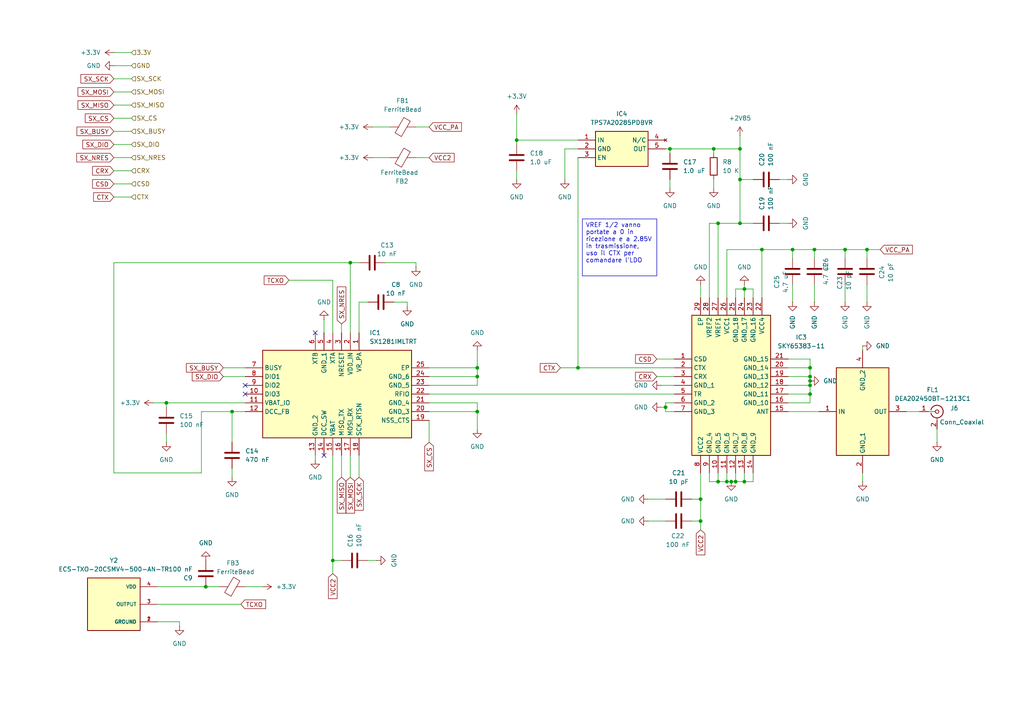
<source format=kicad_sch>
(kicad_sch (version 20231120) (generator "eeschema") (generator_version "8.0")
  (paper "A4")
  (title_block (title "SX1281 - SKY65383-11"))
  (lib_symbols
    (symbol "Connector:Conn_Coaxial" (pin_names (offset 1.016) hide)
      (property "Reference" "J" (at 0.254 3.048 0))
      (property "Value" "Conn_Coaxial" (at 2.921 0 90))
      (symbol "Conn_Coaxial_0_1"
        (arc (start -1.778 -0.508) (mid 0.2311 -1.8066) (end 1.778 0) (stroke (width 0.254)))
        (polyline (pts (xy -2.54 0) (xy -0.508 0)))
        (polyline (pts (xy 0 -2.54) (xy 0 -1.778)))
        (circle (center 0 0) (radius 0.508) (stroke (width 0.2032)))
        (arc (start 1.778 0) (mid 0.2099 1.8101) (end -1.778 0.508) (stroke (width 0.254)))
      )
      (symbol "Conn_Coaxial_1_1"
        (pin passive line (at -5.08 0 0) (length 2.54) (name "In") (number "1"))
        (pin passive line (at 0 -5.08 90) (length 2.54) (name "Ext") (number "2"))
      )
    )
    (symbol "DEA202450BT-1213C1:DEA202450BT-1213C1"
      (property "Reference" "FL" (at 21.59 17.78 0))
      (property "Value" "DEA202450BT-1213C1" (at 21.59 15.24 0))
      (symbol "DEA202450BT-1213C1_1_1"
        (rectangle (start 5.08 12.7) (end 20.32 -12.7) (stroke (width 0.254)) (fill (type background)))
        (pin passive line (at 0 0 0) (length 5.08) (name "IN") (number "1"))
        (pin passive line (at 12.7 -17.78 90) (length 5.08) (name "GND_1") (number "2"))
        (pin passive line (at 25.4 0 180) (length 5.08) (name "OUT") (number "3"))
        (pin passive line (at 12.7 17.78 270) (length 5.08) (name "GND_2") (number "4"))
      )
    )
    (symbol "Device:C" (pin_numbers hide) (pin_names (offset 0.254))
      (property "Reference" "C" (at 0.635 2.54 0))
      (property "Value" "C" (at 0.635 -2.54 0))
      (symbol "C_0_1"
        (polyline (pts (xy -2.032 -0.762) (xy 2.032 -0.762)) (stroke (width 0.508)))
        (polyline (pts (xy -2.032 0.762) (xy 2.032 0.762)) (stroke (width 0.508)))
      )
      (symbol "C_1_1"
        (pin passive line (at 0 3.81 270) (length 2.794) (name "~") (number "1"))
        (pin passive line (at 0 -3.81 90) (length 2.794) (name "~") (number "2"))
      )
    )
    (symbol "Device:FerriteBead" (pin_numbers hide) (pin_names (offset 0))
      (property "Reference" "FB" (at -3.81 0.635 90))
      (property "Value" "FerriteBead" (at 3.81 0 90))
      (symbol "FerriteBead_0_1"
        (polyline (pts (xy 0 -1.27) (xy 0 -1.2192)))
        (polyline (pts (xy 0 1.27) (xy 0 1.2954)))
        (polyline (pts (xy -2.7686 0.4064) (xy -1.7018 2.2606) (xy 2.7686 -0.3048) (xy 1.6764 -2.159) (xy -2.7686 0.4064)))
      )
      (symbol "FerriteBead_1_1"
        (pin passive line (at 0 3.81 270) (length 2.54) (name "~") (number "1"))
        (pin passive line (at 0 -3.81 90) (length 2.54) (name "~") (number "2"))
      )
    )
    (symbol "Device:R" (pin_numbers hide) (pin_names (offset 0))
      (property "Reference" "R" (at 2.032 0 90))
      (property "Value" "R" (at 0 0 90))
      (symbol "R_0_1"
        (rectangle (start -1.016 -2.54) (end 1.016 2.54) (stroke (width 0.254)))
      )
      (symbol "R_1_1"
        (pin passive line (at 0 3.81 270) (length 1.27) (name "~") (number "1"))
        (pin passive line (at 0 -3.81 90) (length 1.27) (name "~") (number "2"))
      )
    )
    (symbol "ECS-TXO-20CSMV4-520-AN-TR:ECS-TXO-20CSMV4-500-AN-TR" (pin_names (offset 1.016))
      (property "Reference" "Y" (at -7.62 8.255 0))
      (property "Value" "ECS-TXO-20CSMV4-500-AN-TR" (at -7.62 -10.16 0))
      (symbol "ECS-TXO-20CSMV4-500-AN-TR_0_0"
        (rectangle (start -7.62 -7.62) (end 7.62 7.62) (stroke (width 0.254)) (fill (type background)))
        (pin power_in line (at 12.7 -5.08 180) (length 5.08) (name "GROUND") (number "1"))
        (pin power_in line (at 12.7 -5.08 180) (length 5.08) (name "GROUND") (number "2"))
        (pin output line (at 12.7 0 180) (length 5.08) (name "OUTPUT") (number "3"))
        (pin power_in line (at 12.7 5.08 180) (length 5.08) (name "VDD") (number "4"))
      )
    )
    (symbol "SKY65383-11:SKY65383-11"
      (property "Reference" "IC" (at 29.21 17.78 0))
      (property "Value" "SKY65383-11" (at 29.21 15.24 0))
      (symbol "SKY65383-11_1_1"
        (rectangle (start 5.08 12.7) (end 27.94 -27.94) (stroke (width 0.254)) (fill (type background)))
        (pin passive line (at 0 0 0) (length 5.08) (name "CSD") (number "1"))
        (pin passive line (at 12.7 -33.02 90) (length 5.08) (name "GND_5") (number "10"))
        (pin passive line (at 15.24 -33.02 90) (length 5.08) (name "GND_6") (number "11"))
        (pin passive line (at 17.78 -33.02 90) (length 5.08) (name "GND_7") (number "12"))
        (pin passive line (at 20.32 -33.02 90) (length 5.08) (name "GND_8") (number "13"))
        (pin passive line (at 22.86 -33.02 90) (length 5.08) (name "GND_9") (number "14"))
        (pin passive line (at 33.02 -15.24 180) (length 5.08) (name "ANT") (number "15"))
        (pin passive line (at 33.02 -12.7 180) (length 5.08) (name "GND_10") (number "16"))
        (pin passive line (at 33.02 -10.16 180) (length 5.08) (name "GND_11") (number "17"))
        (pin passive line (at 33.02 -7.62 180) (length 5.08) (name "GND_12") (number "18"))
        (pin passive line (at 33.02 -5.08 180) (length 5.08) (name "GND_13") (number "19"))
        (pin passive line (at 0 -2.54 0) (length 5.08) (name "CTX") (number "2"))
        (pin passive line (at 33.02 -2.54 180) (length 5.08) (name "GND_14") (number "20"))
        (pin passive line (at 33.02 0 180) (length 5.08) (name "GND_15") (number "21"))
        (pin passive line (at 25.4 17.78 270) (length 5.08) (name "VCC4") (number "22"))
        (pin passive line (at 22.86 17.78 270) (length 5.08) (name "GND_16") (number "23"))
        (pin passive line (at 20.32 17.78 270) (length 5.08) (name "GND_17") (number "24"))
        (pin passive line (at 17.78 17.78 270) (length 5.08) (name "GND_18") (number "25"))
        (pin passive line (at 15.24 17.78 270) (length 5.08) (name "VCC1") (number "26"))
        (pin passive line (at 12.7 17.78 270) (length 5.08) (name "VREF1") (number "27"))
        (pin passive line (at 10.16 17.78 270) (length 5.08) (name "VREF2") (number "28"))
        (pin passive line (at 7.62 17.78 270) (length 5.08) (name "EP") (number "29"))
        (pin passive line (at 0 -5.08 0) (length 5.08) (name "CRX") (number "3"))
        (pin passive line (at 0 -7.62 0) (length 5.08) (name "GND_1") (number "4"))
        (pin passive line (at 0 -10.16 0) (length 5.08) (name "TR") (number "5"))
        (pin passive line (at 0 -12.7 0) (length 5.08) (name "GND_2") (number "6"))
        (pin passive line (at 0 -15.24 0) (length 5.08) (name "GND_3") (number "7"))
        (pin passive line (at 7.62 -33.02 90) (length 5.08) (name "VCC2") (number "8"))
        (pin passive line (at 10.16 -33.02 90) (length 5.08) (name "GND_4") (number "9"))
      )
    )
    (symbol "SX1281IMLTRT:SX1281IMLTRT"
      (property "Reference" "IC" (at 31.75 20.32 0))
      (property "Value" "SX1281IMLTRT" (at 31.75 17.78 0))
      (symbol "SX1281IMLTRT_1_1"
        (rectangle (start 5.08 15.24) (end 30.48 -27.94) (stroke (width 0.254)) (fill (type background)))
        (pin passive line (at 0 0 0) (length 5.08) (name "VR_PA") (number "1"))
        (pin passive line (at 17.78 -33.02 90) (length 5.08) (name "DIO3") (number "10"))
        (pin passive line (at 20.32 -33.02 90) (length 5.08) (name "VBAT_IO") (number "11"))
        (pin passive line (at 22.86 -33.02 90) (length 5.08) (name "DCC_FB") (number "12"))
        (pin passive line (at 35.56 -12.7 180) (length 5.08) (name "GND_2") (number "13"))
        (pin passive line (at 35.56 -10.16 180) (length 5.08) (name "DCC_SW") (number "14"))
        (pin passive line (at 35.56 -7.62 180) (length 5.08) (name "VBAT") (number "15"))
        (pin passive line (at 35.56 -5.08 180) (length 5.08) (name "MISO_TX") (number "16"))
        (pin passive line (at 35.56 -2.54 180) (length 5.08) (name "MOSI_RX") (number "17"))
        (pin passive line (at 35.56 0 180) (length 5.08) (name "SCK_RTSN") (number "18"))
        (pin passive line (at 25.4 20.32 270) (length 5.08) (name "NSS_CTS") (number "19"))
        (pin passive line (at 0 -2.54 0) (length 5.08) (name "VDD_IN") (number "2"))
        (pin passive line (at 22.86 20.32 270) (length 5.08) (name "GND_3") (number "20"))
        (pin passive line (at 20.32 20.32 270) (length 5.08) (name "GND_4") (number "21"))
        (pin passive line (at 17.78 20.32 270) (length 5.08) (name "RFIO") (number "22"))
        (pin passive line (at 15.24 20.32 270) (length 5.08) (name "GND_5") (number "23"))
        (pin passive line (at 12.7 20.32 270) (length 5.08) (name "GND_6") (number "24"))
        (pin passive line (at 10.16 20.32 270) (length 5.08) (name "EP") (number "25"))
        (pin passive line (at 0 -5.08 0) (length 5.08) (name "NRESET") (number "3"))
        (pin passive line (at 0 -7.62 0) (length 5.08) (name "XTA") (number "4"))
        (pin passive line (at 0 -10.16 0) (length 5.08) (name "GND_1") (number "5"))
        (pin passive line (at 0 -12.7 0) (length 5.08) (name "XTB") (number "6"))
        (pin passive line (at 10.16 -33.02 90) (length 5.08) (name "BUSY") (number "7"))
        (pin passive line (at 12.7 -33.02 90) (length 5.08) (name "DIO1") (number "8"))
        (pin passive line (at 15.24 -33.02 90) (length 5.08) (name "DIO2") (number "9"))
      )
    )
    (symbol "TPS7A20285PDBVR:TPS7A20285PDBVR"
      (property "Reference" "IC" (at 21.59 7.62 0))
      (property "Value" "TPS7A20285PDBVR" (at 21.59 5.08 0))
      (symbol "TPS7A20285PDBVR_1_1"
        (rectangle (start 5.08 2.54) (end 20.32 -7.62) (stroke (width 0.254)) (fill (type background)))
        (pin passive line (at 0 0 0) (length 5.08) (name "IN") (number "1"))
        (pin passive line (at 0 -2.54 0) (length 5.08) (name "GND") (number "2"))
        (pin passive line (at 0 -5.08 0) (length 5.08) (name "EN") (number "3"))
        (pin no_connect line (at 25.4 0 180) (length 5.08) (name "N/C") (number "4"))
        (pin passive line (at 25.4 -2.54 180) (length 5.08) (name "OUT") (number "5"))
      )
    )
    (symbol "power:+2V8" (power) (pin_numbers hide) (pin_names (offset 0) hide)
      (property "Value" "+2V8" (at 0 3.556 0))
      (symbol "+2V8_0_1"
        (polyline (pts (xy -0.762 1.27) (xy 0 2.54)))
        (polyline (pts (xy 0 0) (xy 0 2.54)))
        (polyline (pts (xy 0 2.54) (xy 0.762 1.27)))
      )
      (symbol "+2V8_1_1"
        (pin power_in line (at 0 0 90) (length 0) (name "~") (number "1"))
      )
    )
    (symbol "power:+3.3V" (power) (pin_numbers hide) (pin_names (offset 0) hide)
      (property "Value" "+3.3V" (at 0 3.556 0))
      (symbol "+3.3V_0_1"
        (polyline (pts (xy -0.762 1.27) (xy 0 2.54)))
        (polyline (pts (xy 0 0) (xy 0 2.54)))
        (polyline (pts (xy 0 2.54) (xy 0.762 1.27)))
      )
      (symbol "+3.3V_1_1"
        (pin power_in line (at 0 0 90) (length 0) (name "~") (number "1"))
      )
    )
    (symbol "power:GND" (power) (pin_numbers hide) (pin_names (offset 0) hide)
      (property "Value" "GND" (at 0 -3.81 0))
      (symbol "GND_0_1"
        (polyline (pts (xy 0 0) (xy 0 -1.27) (xy 1.27 -1.27) (xy 0 -2.54) (xy -1.27 -1.27) (xy 0 -1.27)))
      )
      (symbol "GND_1_1"
        (pin power_in line (at 0 0 270) (length 0) (name "~") (number "1"))
      )
    )
  )
  (junction (at 138.43 119.38))
  (junction (at 193.04 118.11))
  (junction (at 234.95 106.68))
  (junction (at 167.64 106.68))
  (junction (at 234.95 114.3))
  (junction (at 138.43 106.68))
  (junction (at 208.28 64.77))
  (junction (at 215.9 83.82))
  (junction (at 208.28 139.7))
  (junction (at 215.9 139.7))
  (junction (at 203.2 144.78))
  (junction (at 59.69 170.18))
  (junction (at 236.22 72.39))
  (junction (at 194.31 43.18))
  (junction (at 229.87 72.39))
  (junction (at 138.43 109.22))
  (junction (at 251.46 72.39))
  (junction (at 213.36 139.7))
  (junction (at 234.95 109.22))
  (junction (at 96.52 162.56))
  (junction (at 245.11 72.39))
  (junction (at 203.2 151.13))
  (junction (at 214.63 43.18))
  (junction (at 149.86 40.64))
  (junction (at 234.95 110.49))
  (junction (at 207.01 43.18))
  (junction (at 234.95 111.76))
  (junction (at 220.98 72.39))
  (junction (at 67.31 119.38))
  (junction (at 210.82 139.7))
  (junction (at 48.26 116.84))
  (junction (at 101.6 76.2))
  (junction (at 214.63 64.77))
  (junction (at 214.63 52.07))
  (junction (at 212.09 139.7))
  (no_connect (at 93.98 132.08))
  (no_connect (at 71.12 111.76))
  (no_connect (at 71.12 114.3))
  (no_connect (at 91.44 96.52))
  (wire (pts (xy 118.11 87.63) (xy 118.11 88.9)))
  (wire (pts (xy 245.11 72.39) (xy 245.11 74.93)))
  (wire (pts (xy 104.14 96.52) (xy 104.14 87.63)))
  (wire (pts (xy 124.46 119.38) (xy 138.43 119.38)))
  (wire (pts (xy 226.06 52.07) (xy 228.6 52.07)))
  (wire (pts (xy 138.43 119.38) (xy 138.43 124.46)))
  (wire (pts (xy 104.14 87.63) (xy 106.68 87.63)))
  (wire (pts (xy 163.83 52.07) (xy 163.83 43.18)))
  (wire (pts (xy 194.31 43.18) (xy 194.31 44.45)))
  (wire (pts (xy 83.82 81.28) (xy 96.52 81.28)))
  (wire (pts (xy 234.95 104.14) (xy 234.95 106.68)))
  (wire (pts (xy 124.46 114.3) (xy 195.58 114.3)))
  (wire (pts (xy 234.95 116.84) (xy 234.95 114.3)))
  (wire (pts (xy 226.06 64.77) (xy 228.6 64.77)))
  (wire (pts (xy 194.31 43.18) (xy 207.01 43.18)))
  (wire (pts (xy 271.78 124.46) (xy 271.78 128.27)))
  (wire (pts (xy 251.46 74.93) (xy 251.46 72.39)))
  (wire (pts (xy 33.02 22.86) (xy 38.1 22.86)))
  (wire (pts (xy 67.31 135.89) (xy 67.31 138.43)))
  (wire (pts (xy 138.43 106.68) (xy 138.43 101.6)))
  (wire (pts (xy 138.43 116.84) (xy 138.43 119.38)))
  (wire (pts (xy 228.6 116.84) (xy 234.95 116.84)))
  (wire (pts (xy 52.07 180.34) (xy 52.07 181.61)))
  (wire (pts (xy 205.74 137.16) (xy 205.74 139.7)))
  (wire (pts (xy 114.3 87.63) (xy 118.11 87.63)))
  (wire (pts (xy 149.86 33.02) (xy 149.86 40.64)))
  (wire (pts (xy 193.04 116.84) (xy 195.58 116.84)))
  (wire (pts (xy 213.36 83.82) (xy 215.9 83.82)))
  (wire (pts (xy 138.43 111.76) (xy 138.43 109.22)))
  (wire (pts (xy 162.56 106.68) (xy 167.64 106.68)))
  (wire (pts (xy 250.19 100.33) (xy 250.19 101.6)))
  (wire (pts (xy 214.63 52.07) (xy 218.44 52.07)))
  (wire (pts (xy 101.6 76.2) (xy 104.14 76.2)))
  (wire (pts (xy 251.46 72.39) (xy 245.11 72.39)))
  (wire (pts (xy 236.22 72.39) (xy 245.11 72.39)))
  (wire (pts (xy 228.6 114.3) (xy 234.95 114.3)))
  (wire (pts (xy 245.11 87.63) (xy 245.11 82.55)))
  (wire (pts (xy 203.2 144.78) (xy 200.66 144.78)))
  (wire (pts (xy 124.46 106.68) (xy 138.43 106.68)))
  (wire (pts (xy 124.46 121.92) (xy 124.46 128.27)))
  (wire (pts (xy 214.63 52.07) (xy 214.63 64.77)))
  (wire (pts (xy 200.66 151.13) (xy 203.2 151.13)))
  (wire (pts (xy 33.02 45.72) (xy 38.1 45.72)))
  (wire (pts (xy 48.26 125.73) (xy 48.26 128.27)))
  (wire (pts (xy 33.02 137.16) (xy 33.02 76.2)))
  (wire (pts (xy 210.82 137.16) (xy 210.82 139.7)))
  (wire (pts (xy 218.44 137.16) (xy 218.44 139.7)))
  (wire (pts (xy 213.36 86.36) (xy 213.36 83.82)))
  (wire (pts (xy 33.02 34.29) (xy 38.1 34.29)))
  (wire (pts (xy 101.6 96.52) (xy 101.6 76.2)))
  (wire (pts (xy 138.43 109.22) (xy 138.43 106.68)))
  (wire (pts (xy 191.77 118.11) (xy 193.04 118.11)))
  (wire (pts (xy 234.95 106.68) (xy 234.95 109.22)))
  (wire (pts (xy 207.01 52.07) (xy 207.01 54.61)))
  (wire (pts (xy 187.96 144.78) (xy 193.04 144.78)))
  (wire (pts (xy 210.82 139.7) (xy 212.09 139.7)))
  (wire (pts (xy 45.72 170.18) (xy 59.69 170.18)))
  (wire (pts (xy 215.9 139.7) (xy 213.36 139.7)))
  (wire (pts (xy 99.06 93.98) (xy 99.06 96.52)))
  (wire (pts (xy 45.72 175.26) (xy 69.85 175.26)))
  (wire (pts (xy 193.04 119.38) (xy 193.04 118.11)))
  (wire (pts (xy 228.6 119.38) (xy 237.49 119.38)))
  (wire (pts (xy 228.6 106.68) (xy 234.95 106.68)))
  (wire (pts (xy 229.87 72.39) (xy 236.22 72.39)))
  (wire (pts (xy 101.6 132.08) (xy 101.6 138.43)))
  (wire (pts (xy 124.46 116.84) (xy 138.43 116.84)))
  (wire (pts (xy 33.02 53.34) (xy 38.1 53.34)))
  (wire (pts (xy 234.95 110.49) (xy 234.95 109.22)))
  (wire (pts (xy 33.02 15.24) (xy 38.1 15.24)))
  (wire (pts (xy 149.86 40.64) (xy 149.86 41.91)))
  (wire (pts (xy 33.02 26.67) (xy 38.1 26.67)))
  (wire (pts (xy 207.01 43.18) (xy 207.01 44.45)))
  (wire (pts (xy 215.9 137.16) (xy 215.9 139.7)))
  (wire (pts (xy 33.02 57.15) (xy 38.1 57.15)))
  (wire (pts (xy 203.2 151.13) (xy 203.2 153.67)))
  (wire (pts (xy 214.63 43.18) (xy 214.63 39.37)))
  (wire (pts (xy 120.65 45.72) (xy 124.46 45.72)))
  (wire (pts (xy 104.14 132.08) (xy 104.14 138.43)))
  (wire (pts (xy 251.46 72.39) (xy 255.27 72.39)))
  (wire (pts (xy 167.64 40.64) (xy 149.86 40.64)))
  (wire (pts (xy 149.86 49.53) (xy 149.86 52.07)))
  (wire (pts (xy 107.95 45.72) (xy 113.03 45.72)))
  (wire (pts (xy 120.65 76.2) (xy 120.65 77.47)))
  (wire (pts (xy 207.01 43.18) (xy 214.63 43.18)))
  (wire (pts (xy 236.22 87.63) (xy 236.22 82.55)))
  (wire (pts (xy 236.22 72.39) (xy 236.22 74.93)))
  (wire (pts (xy 220.98 72.39) (xy 220.98 86.36)))
  (wire (pts (xy 218.44 139.7) (xy 215.9 139.7)))
  (wire (pts (xy 193.04 118.11) (xy 193.04 116.84)))
  (wire (pts (xy 124.46 111.76) (xy 138.43 111.76)))
  (wire (pts (xy 234.95 114.3) (xy 234.95 111.76)))
  (wire (pts (xy 191.77 111.76) (xy 195.58 111.76)))
  (wire (pts (xy 193.04 43.18) (xy 194.31 43.18)))
  (wire (pts (xy 210.82 72.39) (xy 220.98 72.39)))
  (wire (pts (xy 213.36 139.7) (xy 212.09 139.7)))
  (wire (pts (xy 33.02 30.48) (xy 38.1 30.48)))
  (wire (pts (xy 218.44 86.36) (xy 218.44 83.82)))
  (wire (pts (xy 33.02 19.05) (xy 38.1 19.05)))
  (wire (pts (xy 214.63 64.77) (xy 218.44 64.77)))
  (wire (pts (xy 58.42 119.38) (xy 67.31 119.38)))
  (wire (pts (xy 205.74 139.7) (xy 208.28 139.7)))
  (wire (pts (xy 234.95 111.76) (xy 234.95 110.49)))
  (wire (pts (xy 187.96 151.13) (xy 193.04 151.13)))
  (wire (pts (xy 96.52 132.08) (xy 96.52 162.56)))
  (wire (pts (xy 64.77 109.22) (xy 71.12 109.22)))
  (wire (pts (xy 205.74 64.77) (xy 208.28 64.77)))
  (wire (pts (xy 229.87 72.39) (xy 229.87 74.93)))
  (wire (pts (xy 93.98 92.71) (xy 93.98 96.52)))
  (wire (pts (xy 228.6 111.76) (xy 234.95 111.76)))
  (wire (pts (xy 229.87 87.63) (xy 229.87 82.55)))
  (wire (pts (xy 52.07 180.34) (xy 45.72 180.34)))
  (wire (pts (xy 203.2 137.16) (xy 203.2 144.78)))
  (wire (pts (xy 194.31 52.07) (xy 194.31 54.61)))
  (wire (pts (xy 111.76 76.2) (xy 120.65 76.2)))
  (wire (pts (xy 220.98 72.39) (xy 229.87 72.39)))
  (wire (pts (xy 59.69 170.18) (xy 63.5 170.18)))
  (wire (pts (xy 44.45 116.84) (xy 48.26 116.84)))
  (wire (pts (xy 250.19 137.16) (xy 250.19 139.7)))
  (wire (pts (xy 48.26 116.84) (xy 48.26 118.11)))
  (wire (pts (xy 213.36 137.16) (xy 213.36 139.7)))
  (wire (pts (xy 215.9 83.82) (xy 215.9 86.36)))
  (wire (pts (xy 58.42 137.16) (xy 58.42 119.38)))
  (wire (pts (xy 190.5 104.14) (xy 195.58 104.14)))
  (wire (pts (xy 33.02 38.1) (xy 38.1 38.1)))
  (wire (pts (xy 215.9 82.55) (xy 215.9 83.82)))
  (wire (pts (xy 214.63 64.77) (xy 208.28 64.77)))
  (wire (pts (xy 251.46 87.63) (xy 251.46 82.55)))
  (wire (pts (xy 120.65 36.83) (xy 124.46 36.83)))
  (wire (pts (xy 195.58 119.38) (xy 193.04 119.38)))
  (wire (pts (xy 205.74 86.36) (xy 205.74 64.77)))
  (wire (pts (xy 228.6 104.14) (xy 234.95 104.14)))
  (wire (pts (xy 99.06 132.08) (xy 99.06 138.43)))
  (wire (pts (xy 96.52 96.52) (xy 96.52 81.28)))
  (wire (pts (xy 266.7 119.38) (xy 262.89 119.38)))
  (wire (pts (xy 99.06 162.56) (xy 96.52 162.56)))
  (wire (pts (xy 107.95 36.83) (xy 113.03 36.83)))
  (wire (pts (xy 208.28 64.77) (xy 208.28 86.36)))
  (wire (pts (xy 167.64 45.72) (xy 167.64 106.68)))
  (wire (pts (xy 33.02 49.53) (xy 38.1 49.53)))
  (wire (pts (xy 215.9 83.82) (xy 218.44 83.82)))
  (wire (pts (xy 124.46 109.22) (xy 138.43 109.22)))
  (wire (pts (xy 33.02 76.2) (xy 101.6 76.2)))
  (wire (pts (xy 208.28 137.16) (xy 208.28 139.7)))
  (wire (pts (xy 64.77 106.68) (xy 71.12 106.68)))
  (wire (pts (xy 67.31 119.38) (xy 71.12 119.38)))
  (wire (pts (xy 228.6 109.22) (xy 234.95 109.22)))
  (wire (pts (xy 203.2 144.78) (xy 203.2 151.13)))
  (wire (pts (xy 163.83 43.18) (xy 167.64 43.18)))
  (wire (pts (xy 190.5 109.22) (xy 195.58 109.22)))
  (wire (pts (xy 210.82 72.39) (xy 210.82 86.36)))
  (wire (pts (xy 67.31 128.27) (xy 67.31 119.38)))
  (wire (pts (xy 76.2 170.18) (xy 71.12 170.18)))
  (wire (pts (xy 33.02 41.91) (xy 38.1 41.91)))
  (wire (pts (xy 208.28 139.7) (xy 210.82 139.7)))
  (wire (pts (xy 71.12 116.84) (xy 48.26 116.84)))
  (wire (pts (xy 214.63 43.18) (xy 214.63 52.07)))
  (wire (pts (xy 33.02 137.16) (xy 58.42 137.16)))
  (wire (pts (xy 96.52 166.37) (xy 96.52 162.56)))
  (wire (pts (xy 167.64 106.68) (xy 195.58 106.68)))
  (wire (pts (xy 106.68 162.56) (xy 109.22 162.56)))
  (wire (pts (xy 203.2 82.55) (xy 203.2 86.36)))
  (wire (pts (xy 91.44 132.08) (xy 91.44 133.35)))
  (text_box "VREF 1/2 vanno portate a 0 in ricezione e a 2.85V in trasmissione, uso il CTX per comandare l'LDO" (at 168.91 63.5 0) (size 21.59 16.51) (effects (font (size 1.27 1.27)) (justify left top)))
  (global_label "TCXO" (shape input) (at 69.85 175.26 0) (property "Intersheetrefs" "${INTERSHEET_REFS}" (effects (hide yes))))
  (global_label "CTX" (shape input) (at 33.02 57.15 180) (property "Intersheetrefs" "${INTERSHEET_REFS}" (effects (hide yes))))
  (global_label "SX_DIO" (shape input) (at 33.02 41.91 180) (property "Intersheetrefs" "${INTERSHEET_REFS}" (effects (hide yes))))
  (global_label "SX_SCK" (shape input) (at 104.14 138.43 270) (property "Intersheetrefs" "${INTERSHEET_REFS}" (effects (hide yes))))
  (global_label "CRX" (shape input) (at 190.5 109.22 180) (property "Intersheetrefs" "${INTERSHEET_REFS}" (effects (hide yes))))
  (global_label "VCC2" (shape input) (at 124.46 45.72 0) (property "Intersheetrefs" "${INTERSHEET_REFS}" (effects (hide yes))))
  (global_label "CTX" (shape input) (at 162.56 106.68 180) (property "Intersheetrefs" "${INTERSHEET_REFS}" (effects (hide yes))))
  (global_label "SX_CS" (shape input) (at 124.46 128.27 270) (property "Intersheetrefs" "${INTERSHEET_REFS}" (effects (hide yes))))
  (global_label "SX_NRES" (shape input) (at 33.02 45.72 180) (property "Intersheetrefs" "${INTERSHEET_REFS}" (effects (hide yes))))
  (global_label "VCC2" (shape input) (at 96.52 166.37 270) (property "Intersheetrefs" "${INTERSHEET_REFS}" (effects (hide yes))))
  (global_label "SX_MOSI" (shape input) (at 101.6 138.43 270) (property "Intersheetrefs" "${INTERSHEET_REFS}" (effects (hide yes))))
  (global_label "SX_NRES" (shape input) (at 99.06 93.98 90) (property "Intersheetrefs" "${INTERSHEET_REFS}" (effects (hide yes))))
  (global_label "SX_DIO" (shape input) (at 64.77 109.22 180) (property "Intersheetrefs" "${INTERSHEET_REFS}" (effects (hide yes))))
  (global_label "SX_MISO" (shape input) (at 99.06 138.43 270) (property "Intersheetrefs" "${INTERSHEET_REFS}" (effects (hide yes))))
  (global_label "TCXO" (shape input) (at 83.82 81.28 180) (property "Intersheetrefs" "${INTERSHEET_REFS}" (effects (hide yes))))
  (global_label "VCC2" (shape input) (at 203.2 153.67 270) (property "Intersheetrefs" "${INTERSHEET_REFS}" (effects (hide yes))))
  (global_label "CSD" (shape input) (at 33.02 53.34 180) (property "Intersheetrefs" "${INTERSHEET_REFS}" (effects (hide yes))))
  (global_label "VCC_PA" (shape input) (at 255.27 72.39 0) (property "Intersheetrefs" "${INTERSHEET_REFS}" (effects (hide yes))))
  (global_label "SX_CS" (shape input) (at 33.02 34.29 180) (property "Intersheetrefs" "${INTERSHEET_REFS}" (effects (hide yes))))
  (global_label "SX_MISO" (shape input) (at 33.02 30.48 180) (property "Intersheetrefs" "${INTERSHEET_REFS}" (effects (hide yes))))
  (global_label "VCC_PA" (shape input) (at 124.46 36.83 0) (property "Intersheetrefs" "${INTERSHEET_REFS}" (effects (hide yes))))
  (global_label "SX_BUSY" (shape input) (at 33.02 38.1 180) (property "Intersheetrefs" "${INTERSHEET_REFS}" (effects (hide yes))))
  (global_label "SX_SCK" (shape input) (at 33.02 22.86 180) (property "Intersheetrefs" "${INTERSHEET_REFS}" (effects (hide yes))))
  (global_label "CRX" (shape input) (at 33.02 49.53 180) (property "Intersheetrefs" "${INTERSHEET_REFS}" (effects (hide yes))))
  (global_label "CSD" (shape input) (at 190.5 104.14 180) (property "Intersheetrefs" "${INTERSHEET_REFS}" (effects (hide yes))))
  (global_label "SX_MOSI" (shape input) (at 33.02 26.67 180) (property "Intersheetrefs" "${INTERSHEET_REFS}" (effects (hide yes))))
  (global_label "SX_BUSY" (shape input) (at 64.77 106.68 180) (property "Intersheetrefs" "${INTERSHEET_REFS}" (effects (hide yes))))
  (hierarchical_label "CRX" (shape input) (at 38.1 49.53 0))
  (hierarchical_label "CSD" (shape input) (at 38.1 53.34 0))
  (hierarchical_label "SX_DIO" (shape input) (at 38.1 41.91 0))
  (hierarchical_label "SX_SCK" (shape input) (at 38.1 22.86 0))
  (hierarchical_label "SX_NRES" (shape input) (at 38.1 45.72 0))
  (hierarchical_label "GND" (shape input) (at 38.1 19.05 0))
  (hierarchical_label "SX_MOSI" (shape input) (at 38.1 26.67 0))
  (hierarchical_label "SX_BUSY" (shape input) (at 38.1 38.1 0))
  (hierarchical_label "CTX" (shape input) (at 38.1 57.15 0))
  (hierarchical_label "3.3V" (shape input) (at 38.1 15.24 0))
  (hierarchical_label "SX_MISO" (shape input) (at 38.1 30.48 0))
  (hierarchical_label "SX_CS" (shape input) (at 38.1 34.29 0))
  (symbol (lib_id "ECS-TXO-20CSMV4-520-AN-TR:ECS-TXO-20CSMV4-500-AN-TR") (at 33.02 175.26 0) (unit 1)
    (property "Reference" "Y2" (at 33.02 162.56 0))
    (property "Value" "ECS-TXO-20CSMV4-500-AN-TR" (at 33.02 165.1 0))
    (property "Footprint" "ECS-TXO-20CSMV4-520-AN-TR:OSC_ECS-TXO-20CSMV4-520-AN-TR" (effects (hide yes)))
    (property "MF" "ECS Inc." (effects (hide yes)))
    (property "MAXIMUM_PACKAGE_HEIGHT" "0.80 mm" (effects (hide yes)))
    (property "Package" "NON-STANDARD-4 ECS" (effects (hide yes)))
    (property "Price" "None" (effects (hide yes)))
    (property "Check_prices" "https://www.snapeda.com/parts/ECS-TXO-20CSMV4-500-AN-TR/ECS+Inc./view-part/?ref=eda" (effects (hide yes)))
    (property "STANDARD" "Manufacturer Recommendations" (effects (hide yes)))
    (property "PARTREV" "N/A" (effects (hide yes)))
    (property "SnapEDA_Link" "https://www.snapeda.com/parts/ECS-TXO-20CSMV4-500-AN-TR/ECS+Inc./view-part/?ref=snap" (effects (hide yes)))
    (property "MP" "ECS-TXO-20CSMV4-500-AN-TR" (effects (hide yes)))
    (property "Description_1" "\n                        \n                            50 MHz TCXO Clipped Sine Wave Oscillator 1.8V, 2.5V, 3.3V 4-SMD, No Lead\n                        \n" (effects (hide yes)))
    (property "Availability" "In Stock" (effects (hide yes)))
    (property "MANUFACTURER" "ECS Inc." (effects (hide yes)))
  )
  (symbol (lib_id "power:GND") (at 250.19 139.7 0) (unit 1)
    (property "Reference" "#PWR03" (effects (hide yes)))
    (property "Value" "GND" (at 250.19 144.78 0))
    (property "Description" "Power symbol creates a global label with name \"GND\" , ground" (effects (hide yes)))
  )
  (symbol (lib_id "Device:C") (at 48.26 121.92 0) (unit 1)
    (property "Reference" "C15" (at 52.07 120.6499 0) (effects (justify left)))
    (property "Value" "100 nF" (at 52.07 123.1899 0) (effects (justify left)))
    (property "Footprint" "Capacitor_SMD:C_0603_1608Metric_Pad1.08x0.95mm_HandSolder" (effects (hide yes)))
    (property "Description" "Unpolarized capacitor" (effects (hide yes)))
  )
  (symbol (lib_id "power:GND") (at 271.78 128.27 0) (unit 1)
    (property "Reference" "#PWR069" (effects (hide yes)))
    (property "Value" "GND" (at 271.78 133.35 0))
    (property "Description" "Power symbol creates a global label with name \"GND\" , ground" (effects (hide yes)))
  )
  (symbol (lib_id "power:GND") (at 191.77 118.11 270) (unit 1)
    (property "Reference" "#PWR061" (effects (hide yes)))
    (property "Value" "GND" (at 187.96 118.1099 90) (effects (justify right)))
    (property "Description" "Power symbol creates a global label with name \"GND\" , ground" (effects (hide yes)))
  )
  (symbol (lib_id "SKY65383-11:SKY65383-11") (at 195.58 104.14 0) (unit 1)
    (property "Reference" "IC3" (at 232.41 97.8214 0))
    (property "Value" "SKY65383-11" (at 232.41 100.3614 0))
    (property "Footprint" "SKY65383:SKY6538311" (effects (hide yes)))
    (property "Datasheet" "https://componentsearchengine.com/Datasheets/1/SKY65383-11.pdf" (effects (hide yes)))
    (property "Description" "HIGH POWER 2.4-GHZ FEM" (effects (hide yes)))
    (property "Height" "0.95" (effects (hide yes)))
    (property "Mouser Part Number" "873-SKY65383-11" (effects (hide yes)))
    (property "Mouser Price/Stock" "https://www.mouser.co.uk/ProductDetail/Skyworks-Solutions-Inc/SKY65383-11?qs=4FzvMsMEDjYVKiHkv3xavQ%3D%3D" (effects (hide yes)))
    (property "Manufacturer_Name" "Skyworks" (effects (hide yes)))
    (property "Manufacturer_Part_Number" "SKY65383-11" (effects (hide yes)))
  )
  (symbol (lib_id "power:GND") (at 67.31 138.43 0) (unit 1)
    (property "Reference" "#PWR050" (effects (hide yes)))
    (property "Value" "GND" (at 67.31 143.51 0))
    (property "Description" "Power symbol creates a global label with name \"GND\" , ground" (effects (hide yes)))
  )
  (symbol (lib_id "power:+2V8") (at 214.63 39.37 0) (unit 1)
    (property "Reference" "#PWR064" (effects (hide yes)))
    (property "Value" "+2V85" (at 214.63 34.29 0))
    (property "Description" "Power symbol creates a global label with name \"+2V8\"" (effects (hide yes)))
  )
  (symbol (lib_id "power:GND") (at 229.87 87.63 0) (unit 1)
    (property "Reference" "#PWR076" (effects (hide yes)))
    (property "Value" "GND" (at 229.8699 91.44 90) (effects (justify right)))
    (property "Description" "Power symbol creates a global label with name \"GND\" , ground" (effects (hide yes)))
  )
  (symbol (lib_id "Device:C") (at 222.25 64.77 90) (unit 1)
    (property "Reference" "C19" (at 220.9799 60.96 0) (effects (justify left)))
    (property "Value" "100 nF" (at 223.5199 60.96 0) (effects (justify left)))
    (property "Footprint" "Capacitor_SMD:C_0603_1608Metric_Pad1.08x0.95mm_HandSolder" (effects (hide yes)))
    (property "Description" "Unpolarized capacitor" (effects (hide yes)))
  )
  (symbol (lib_id "Device:FerriteBead") (at 116.84 36.83 90) (unit 1)
    (property "Reference" "FB1" (at 116.7892 29.21 90))
    (property "Value" "FerriteBead" (at 116.7892 31.75 90))
    (property "Footprint" "Resistor_SMD:R_0603_1608Metric_Pad0.98x0.95mm_HandSolder" (effects (hide yes)))
    (property "Description" "Ferrite bead" (effects (hide yes)))
  )
  (symbol (lib_id "power:GND") (at 228.6 64.77 90) (unit 1)
    (property "Reference" "#PWR067" (effects (hide yes)))
    (property "Value" "GND" (at 233.68 64.77 0))
    (property "Description" "Power symbol creates a global label with name \"GND\" , ground" (effects (hide yes)))
  )
  (symbol (lib_id "power:GND") (at 212.09 139.7 0) (unit 1)
    (property "Reference" "#PWR058" (effects (hide yes)))
    (property "Value" "GND" (at 212.09 144.78 0))
    (property "Description" "Power symbol creates a global label with name \"GND\" , ground" (effects (hide yes)))
  )
  (symbol (lib_id "Device:C") (at 59.69 166.37 180) (unit 1)
    (property "Reference" "C9" (at 55.88 167.6401 0) (effects (justify left)))
    (property "Value" "100 nF" (at 55.88 165.1001 0) (effects (justify left)))
    (property "Footprint" "Capacitor_SMD:C_0603_1608Metric_Pad1.08x0.95mm_HandSolder" (effects (hide yes)))
    (property "Description" "Unpolarized capacitor" (effects (hide yes)))
  )
  (symbol (lib_id "Device:C") (at 194.31 48.26 0) (unit 1)
    (property "Reference" "C17" (at 198.12 46.9899 0) (effects (justify left)))
    (property "Value" "1.0 uF" (at 198.12 49.5299 0) (effects (justify left)))
    (property "Footprint" "Capacitor_SMD:C_0603_1608Metric_Pad1.08x0.95mm_HandSolder" (effects (hide yes)))
    (property "Description" "Unpolarized capacitor" (effects (hide yes)))
  )
  (symbol (lib_id "Device:C") (at 229.87 78.74 0) (unit 1)
    (property "Reference" "C25" (at 225.298 81.788 90))
    (property "Value" "4.7 uF" (at 227.838 81.788 90))
    (property "Footprint" "Capacitor_SMD:C_0603_1608Metric_Pad1.08x0.95mm_HandSolder" (effects (hide yes)))
    (property "Description" "Unpolarized capacitor" (effects (hide yes)))
  )
  (symbol (lib_id "power:GND") (at 203.2 82.55 180) (unit 1)
    (property "Reference" "#PWR063" (effects (hide yes)))
    (property "Value" "GND" (at 203.2 77.47 0))
    (property "Description" "Power symbol creates a global label with name \"GND\" , ground" (effects (hide yes)))
  )
  (symbol (lib_id "Device:C") (at 149.86 45.72 0) (unit 1)
    (property "Reference" "C18" (at 153.67 44.4499 0) (effects (justify left)))
    (property "Value" "1.0 uF" (at 153.67 46.9899 0) (effects (justify left)))
    (property "Footprint" "Capacitor_SMD:C_0603_1608Metric_Pad1.08x0.95mm_HandSolder" (effects (hide yes)))
    (property "Description" "Unpolarized capacitor" (effects (hide yes)))
  )
  (symbol (lib_id "Device:C") (at 196.85 151.13 270) (unit 1)
    (property "Reference" "C22" (at 196.596 155.448 90))
    (property "Value" "100 nF" (at 196.596 157.988 90))
    (property "Footprint" "Capacitor_SMD:C_0603_1608Metric_Pad1.08x0.95mm_HandSolder" (effects (hide yes)))
    (property "Description" "Unpolarized capacitor" (effects (hide yes)))
  )
  (symbol (lib_id "DEA202450BT-1213C1:DEA202450BT-1213C1") (at 237.49 119.38 0) (unit 1)
    (property "Reference" "FL1" (at 270.51 113.0614 0))
    (property "Value" "DEA202450BT-1213C1" (at 270.51 115.6014 0))
    (property "Footprint" "DEA202450BT:DEA202450BT1213C1" (effects (hide yes)))
    (property "Datasheet" "https://product.tdk.com/system/files/dam/doc/product/rf/rf/filter/catalog/rf_bpf_dea202450bt-1213c1_en.pdf" (effects (hide yes)))
    (property "Description" "Filters, Pass Band=2400 to 2500MHz, Zc=50se | 50se" (effects (hide yes)))
    (property "Height" "1.05" (effects (hide yes)))
    (property "Mouser Part Number" "810-DEA22450BT1213C1" (effects (hide yes)))
    (property "Mouser Price/Stock" "https://www.mouser.co.uk/ProductDetail/TDK/DEA202450BT-1213C1?qs=7SC5D5ZbtDsv%2F4GWPXRDsA%3D%3D" (effects (hide yes)))
    (property "Manufacturer_Name" "TDK" (effects (hide yes)))
    (property "Manufacturer_Part_Number" "DEA202450BT-1213C1" (effects (hide yes)))
  )
  (symbol (lib_id "power:+3.3V") (at 76.2 170.18 270) (unit 1)
    (property "Reference" "#PWR01" (effects (hide yes)))
    (property "Value" "+3.3V" (at 80.01 170.1801 90) (effects (justify left)))
    (property "Description" "Power symbol creates a global label with name \"+3.3V\"" (effects (hide yes)))
  )
  (symbol (lib_id "power:GND") (at 48.26 128.27 0) (unit 1)
    (property "Reference" "#PWR053" (effects (hide yes)))
    (property "Value" "GND" (at 48.26 133.35 0))
    (property "Description" "Power symbol creates a global label with name \"GND\" , ground" (effects (hide yes)))
  )
  (symbol (lib_id "power:GND") (at 250.19 100.33 90) (unit 1)
    (property "Reference" "#PWR02" (effects (hide yes)))
    (property "Value" "GND" (at 254 100.3299 90) (effects (justify right)))
    (property "Description" "Power symbol creates a global label with name \"GND\" , ground" (effects (hide yes)))
  )
  (symbol (lib_id "power:GND") (at 138.43 101.6 180) (unit 1)
    (property "Reference" "#PWR045" (effects (hide yes)))
    (property "Value" "GND" (at 138.43 96.52 0))
    (property "Description" "Power symbol creates a global label with name \"GND\" , ground" (effects (hide yes)))
  )
  (symbol (lib_id "power:GND") (at 194.31 54.61 0) (unit 1)
    (property "Reference" "#PWR065" (effects (hide yes)))
    (property "Value" "GND" (at 194.31 59.69 0))
    (property "Description" "Power symbol creates a global label with name \"GND\" , ground" (effects (hide yes)))
  )
  (symbol (lib_id "Connector:Conn_Coaxial") (at 271.78 119.38 0) (unit 1)
    (property "Reference" "J6" (at 275.59 118.4031 0) (effects (justify left)))
    (property "Value" "Conn_Coaxial" (at 272.542 122.428 0) (effects (justify left)))
    (property "Footprint" "Connector_Coaxial:SMA_Samtec_SMA-J-P-H-ST-EM1_EdgeMount" (effects (hide yes)))
    (property "Description" "coaxial connector (BNC, SMA, SMB, SMC, Cinch/RCA, LEMO, ...)" (effects (hide yes)))
  )
  (symbol (lib_id "power:GND") (at 52.07 181.61 0) (unit 1)
    (property "Reference" "#PWR026" (effects (hide yes)))
    (property "Value" "GND" (at 52.07 186.69 0))
    (property "Description" "Power symbol creates a global label with name \"GND\" , ground" (effects (hide yes)))
  )
  (symbol (lib_id "Device:C") (at 107.95 76.2 90) (unit 1)
    (property "Reference" "C13" (at 112.268 71.12 90))
    (property "Value" "10 nF" (at 112.268 73.66 90))
    (property "Footprint" "Capacitor_SMD:C_0603_1608Metric_Pad1.08x0.95mm_HandSolder" (effects (hide yes)))
    (property "Description" "Unpolarized capacitor" (effects (hide yes)))
  )
  (symbol (lib_id "Device:C") (at 110.49 87.63 90) (unit 1)
    (property "Reference" "C8" (at 114.808 82.55 90))
    (property "Value" "10 nF" (at 114.808 85.09 90))
    (property "Footprint" "Capacitor_SMD:C_0603_1608Metric_Pad1.08x0.95mm_HandSolder" (effects (hide yes)))
    (property "Description" "Unpolarized capacitor" (effects (hide yes)))
  )
  (symbol (lib_id "power:+3.3V") (at 149.86 33.02 0) (unit 1)
    (property "Reference" "#PWR079" (effects (hide yes)))
    (property "Value" "+3.3V" (at 149.86 27.94 0))
    (property "Description" "Power symbol creates a global label with name \"+3.3V\"" (effects (hide yes)))
  )
  (symbol (lib_id "power:GND") (at 236.22 87.63 0) (unit 1)
    (property "Reference" "#PWR077" (effects (hide yes)))
    (property "Value" "GND" (at 236.2199 91.44 90) (effects (justify right)))
    (property "Description" "Power symbol creates a global label with name \"GND\" , ground" (effects (hide yes)))
  )
  (symbol (lib_id "power:GND") (at 109.22 162.56 90) (unit 1)
    (property "Reference" "#PWR056" (effects (hide yes)))
    (property "Value" "GND" (at 114.3 162.56 0))
    (property "Description" "Power symbol creates a global label with name \"GND\" , ground" (effects (hide yes)))
  )
  (symbol (lib_id "power:GND") (at 91.44 133.35 0) (unit 1)
    (property "Reference" "#PWR057" (effects (hide yes)))
    (property "Value" "GND" (at 91.44 138.43 0))
    (property "Description" "Power symbol creates a global label with name \"GND\" , ground" (effects (hide yes)))
  )
  (symbol (lib_id "power:GND") (at 245.11 87.63 0) (unit 1)
    (property "Reference" "#PWR074" (effects (hide yes)))
    (property "Value" "GND" (at 245.1099 91.44 90) (effects (justify right)))
    (property "Description" "Power symbol creates a global label with name \"GND\" , ground" (effects (hide yes)))
  )
  (symbol (lib_id "power:GND") (at 120.65 77.47 0) (unit 1)
    (property "Reference" "#PWR049" (effects (hide yes)))
    (property "Value" "GND" (at 120.65 82.55 0))
    (property "Description" "Power symbol creates a global label with name \"GND\" , ground" (effects (hide yes)))
  )
  (symbol (lib_id "SX1281IMLTRT:SX1281IMLTRT") (at 104.14 96.52 270) (unit 1)
    (property "Reference" "IC1" (at 107.1565 96.52 90) (effects (justify left)))
    (property "Value" "SX1281IMLTRT" (at 107.1565 99.06 90) (effects (justify left)))
    (property "Footprint" "SX1281:QFN50P400X400X100-25N-D" (effects (hide yes)))
    (property "Datasheet" "https://www.arrow.com/en/products/sx1281imltrt/semtech" (effects (hide yes)))
    (property "Description" "RF Transceiver PreProduction Sample Wireless Transceiver" (effects (hide yes)))
    (property "Height" "1" (effects (hide yes)))
    (property "Mouser Part Number" "947-SX1281IMLTRT" (effects (hide yes)))
    (property "Mouser Price/Stock" "https://www.mouser.co.uk/ProductDetail/Semtech/SX1281IMLTRT?qs=5aG0NVq1C4xR1aFoShVcjg%3D%3D" (effects (hide yes)))
    (property "Manufacturer_Name" "SEMTECH" (effects (hide yes)))
    (property "Manufacturer_Part_Number" "SX1281IMLTRT" (effects (hide yes)))
  )
  (symbol (lib_id "Device:FerriteBead") (at 116.84 45.72 90) (unit 1)
    (property "Reference" "FB2" (at 116.586 52.578 90))
    (property "Value" "FerriteBead" (at 115.824 50.038 90))
    (property "Footprint" "Resistor_SMD:R_0603_1608Metric_Pad0.98x0.95mm_HandSolder" (effects (hide yes)))
    (property "Description" "Ferrite bead" (effects (hide yes)))
  )
  (symbol (lib_id "power:GND") (at 149.86 52.07 0) (unit 1)
    (property "Reference" "#PWR066" (effects (hide yes)))
    (property "Value" "GND" (at 149.86 57.15 0))
    (property "Description" "Power symbol creates a global label with name \"GND\" , ground" (effects (hide yes)))
  )
  (symbol (lib_id "Device:C") (at 245.11 78.74 0) (unit 1)
    (property "Reference" "C23" (at 243.586 82.042 90))
    (property "Value" "10 pF" (at 246.126 81.28 90))
    (property "Footprint" "Capacitor_SMD:C_0603_1608Metric_Pad1.08x0.95mm_HandSolder" (effects (hide yes)))
    (property "Description" "Unpolarized capacitor" (effects (hide yes)))
  )
  (symbol (lib_id "power:GND") (at 187.96 151.13 270) (unit 1)
    (property "Reference" "#PWR073" (effects (hide yes)))
    (property "Value" "GND" (at 184.15 151.1299 90) (effects (justify right)))
    (property "Description" "Power symbol creates a global label with name \"GND\" , ground" (effects (hide yes)))
  )
  (symbol (lib_id "power:GND") (at 138.43 124.46 0) (unit 1)
    (property "Reference" "#PWR035" (effects (hide yes)))
    (property "Value" "GND" (at 138.43 129.54 0))
    (property "Description" "Power symbol creates a global label with name \"GND\" , ground" (effects (hide yes)))
  )
  (symbol (lib_id "power:GND") (at 191.77 111.76 270) (unit 1)
    (property "Reference" "#PWR062" (effects (hide yes)))
    (property "Value" "GND" (at 187.96 111.7599 90) (effects (justify right)))
    (property "Description" "Power symbol creates a global label with name \"GND\" , ground" (effects (hide yes)))
  )
  (symbol (lib_id "power:GND") (at 33.02 19.05 270) (unit 1)
    (property "Reference" "#PWR052" (effects (hide yes)))
    (property "Value" "GND" (at 29.21 19.0499 90) (effects (justify right)))
    (property "Description" "Power symbol creates a global label with name \"GND\" , ground" (effects (hide yes)))
  )
  (symbol (lib_id "Device:FerriteBead") (at 67.31 170.18 270) (unit 1)
    (property "Reference" "FB3" (at 67.564 163.322 90))
    (property "Value" "FerriteBead" (at 68.326 165.862 90))
    (property "Footprint" "Resistor_SMD:R_0603_1608Metric_Pad0.98x0.95mm_HandSolder" (effects (hide yes)))
    (property "Description" "Ferrite bead" (effects (hide yes)))
  )
  (symbol (lib_id "Device:C") (at 222.25 52.07 90) (unit 1)
    (property "Reference" "C20" (at 220.9799 48.26 0) (effects (justify left)))
    (property "Value" "100 nF" (at 223.5199 48.26 0) (effects (justify left)))
    (property "Footprint" "Capacitor_SMD:C_0603_1608Metric_Pad1.08x0.95mm_HandSolder" (effects (hide yes)))
    (property "Description" "Unpolarized capacitor" (effects (hide yes)))
  )
  (symbol (lib_id "power:+3.3V") (at 44.45 116.84 90) (unit 1)
    (property "Reference" "#PWR054" (effects (hide yes)))
    (property "Value" "+3.3V" (at 40.64 116.8399 90) (effects (justify left)))
    (property "Description" "Power symbol creates a global label with name \"+3.3V\"" (effects (hide yes)))
  )
  (symbol (lib_id "power:GND") (at 163.83 52.07 0) (unit 1)
    (property "Reference" "#PWR070" (effects (hide yes)))
    (property "Value" "GND" (at 163.83 57.15 0))
    (property "Description" "Power symbol creates a global label with name \"GND\" , ground" (effects (hide yes)))
  )
  (symbol (lib_id "power:GND") (at 187.96 144.78 270) (unit 1)
    (property "Reference" "#PWR072" (effects (hide yes)))
    (property "Value" "GND" (at 184.15 144.7799 90) (effects (justify right)))
    (property "Description" "Power symbol creates a global label with name \"GND\" , ground" (effects (hide yes)))
  )
  (symbol (lib_id "TPS7A20285PDBVR:TPS7A20285PDBVR") (at 167.64 40.64 0) (unit 1)
    (property "Reference" "IC4" (at 180.34 33.02 0))
    (property "Value" "TPS7A20285PDBVR" (at 180.34 35.56 0))
    (property "Footprint" "TPS7A2028:SOT95P280X145-5N" (effects (hide yes)))
    (property "Datasheet" "https://www.ti.com/general/docs/suppproductinfo.tsp?distId=26&gotoUrl=https://www.ti.com/lit/gpn/tps7a20" (effects (hide yes)))
    (property "Description" "LDO Voltage Regulators 300-mA, ultra-low-noise, low-IQ, low-dropout (LDO) linear regulator with high PSRR" (effects (hide yes)))
    (property "Height" "1.45" (effects (hide yes)))
    (property "Mouser Part Number" "595-TPS7A20285PDBVR" (effects (hide yes)))
    (property "Mouser Price/Stock" "https://www.mouser.co.uk/ProductDetail/Texas-Instruments/TPS7A20285PDBVR?qs=Jslch3jnSjk9qDduT6KLyw%3D%3D" (effects (hide yes)))
    (property "Manufacturer_Name" "Texas Instruments" (effects (hide yes)))
    (property "Manufacturer_Part_Number" "TPS7A20285PDBVR" (effects (hide yes)))
  )
  (symbol (lib_id "power:+3.3V") (at 33.02 15.24 90) (unit 1)
    (property "Reference" "#PWR051" (effects (hide yes)))
    (property "Value" "+3.3V" (at 29.21 15.2399 90) (effects (justify left)))
    (property "Description" "Power symbol creates a global label with name \"+3.3V\"" (effects (hide yes)))
  )
  (symbol (lib_id "Device:C") (at 251.46 78.74 0) (unit 1)
    (property "Reference" "C24" (at 255.778 78.994 90))
    (property "Value" "10 pF" (at 258.318 78.994 90))
    (property "Footprint" "Capacitor_SMD:C_0603_1608Metric_Pad1.08x0.95mm_HandSolder" (effects (hide yes)))
    (property "Description" "Unpolarized capacitor" (effects (hide yes)))
  )
  (symbol (lib_id "Device:C") (at 236.22 78.74 0) (unit 1)
    (property "Reference" "C26" (at 239.522 76.708 90))
    (property "Value" "4.7 uF" (at 239.522 79.502 90))
    (property "Footprint" "Capacitor_SMD:C_0603_1608Metric_Pad1.08x0.95mm_HandSolder" (effects (hide yes)))
    (property "Description" "Unpolarized capacitor" (effects (hide yes)))
  )
  (symbol (lib_id "power:GND") (at 59.69 162.56 180) (unit 1)
    (property "Reference" "#PWR04" (effects (hide yes)))
    (property "Value" "GND" (at 59.69 157.48 0))
    (property "Description" "Power symbol creates a global label with name \"GND\" , ground" (effects (hide yes)))
  )
  (symbol (lib_id "power:GND") (at 215.9 82.55 180) (unit 1)
    (property "Reference" "#PWR060" (effects (hide yes)))
    (property "Value" "GND" (at 215.9 77.47 0))
    (property "Description" "Power symbol creates a global label with name \"GND\" , ground" (effects (hide yes)))
  )
  (symbol (lib_id "Device:C") (at 102.87 162.56 90) (unit 1)
    (property "Reference" "C16" (at 101.5999 158.75 0) (effects (justify left)))
    (property "Value" "100 nF" (at 104.1399 158.75 0) (effects (justify left)))
    (property "Footprint" "Capacitor_SMD:C_0603_1608Metric_Pad1.08x0.95mm_HandSolder" (effects (hide yes)))
    (property "Description" "Unpolarized capacitor" (effects (hide yes)))
  )
  (symbol (lib_id "Device:C") (at 196.85 144.78 270) (unit 1)
    (property "Reference" "C21" (at 196.85 137.16 90))
    (property "Value" "10 pF" (at 196.85 139.7 90))
    (property "Footprint" "Capacitor_SMD:C_0603_1608Metric_Pad1.08x0.95mm_HandSolder" (effects (hide yes)))
    (property "Description" "Unpolarized capacitor" (effects (hide yes)))
  )
  (symbol (lib_id "power:GND") (at 251.46 87.63 0) (unit 1)
    (property "Reference" "#PWR075" (effects (hide yes)))
    (property "Value" "GND" (at 251.4599 91.44 90) (effects (justify right)))
    (property "Description" "Power symbol creates a global label with name \"GND\" , ground" (effects (hide yes)))
  )
  (symbol (lib_id "power:GND") (at 118.11 88.9 0) (unit 1)
    (property "Reference" "#PWR048" (effects (hide yes)))
    (property "Value" "GND" (at 118.11 93.98 0))
    (property "Description" "Power symbol creates a global label with name \"GND\" , ground" (effects (hide yes)))
  )
  (symbol (lib_id "power:+3.3V") (at 107.95 36.83 90) (unit 1)
    (property "Reference" "#PWR078" (effects (hide yes)))
    (property "Value" "+3.3V" (at 104.14 36.8299 90) (effects (justify left)))
    (property "Description" "Power symbol creates a global label with name \"+3.3V\"" (effects (hide yes)))
  )
  (symbol (lib_id "Device:C") (at 67.31 132.08 0) (unit 1)
    (property "Reference" "C14" (at 71.12 130.8099 0) (effects (justify left)))
    (property "Value" "470 nF" (at 71.12 133.3499 0) (effects (justify left)))
    (property "Footprint" "Capacitor_SMD:C_0603_1608Metric_Pad1.08x0.95mm_HandSolder" (effects (hide yes)))
    (property "Description" "Unpolarized capacitor" (effects (hide yes)))
  )
  (symbol (lib_id "power:+3.3V") (at 107.95 45.72 90) (unit 1)
    (property "Reference" "#PWR080" (effects (hide yes)))
    (property "Value" "+3.3V" (at 104.14 45.7199 90) (effects (justify left)))
    (property "Description" "Power symbol creates a global label with name \"+3.3V\"" (effects (hide yes)))
  )
  (symbol (lib_id "power:GND") (at 234.95 110.49 90) (unit 1)
    (property "Reference" "#PWR059" (effects (hide yes)))
    (property "Value" "GND" (at 238.76 110.4899 90) (effects (justify right)))
    (property "Description" "Power symbol creates a global label with name \"GND\" , ground" (effects (hide yes)))
  )
  (symbol (lib_id "Device:R") (at 207.01 48.26 0) (unit 1)
    (property "Reference" "R8" (at 209.55 46.9899 0) (effects (justify left)))
    (property "Value" "10 K" (at 209.55 49.5299 0) (effects (justify left)))
    (property "Footprint" "Resistor_SMD:R_0603_1608Metric_Pad0.98x0.95mm_HandSolder" (effects (hide yes)))
    (property "Description" "Resistor" (effects (hide yes)))
  )
  (symbol (lib_id "power:GND") (at 93.98 92.71 180) (unit 1)
    (property "Reference" "#PWR046" (effects (hide yes)))
    (property "Value" "GND" (at 93.98 87.63 0))
    (property "Description" "Power symbol creates a global label with name \"GND\" , ground" (effects (hide yes)))
  )
  (symbol (lib_id "power:GND") (at 228.6 52.07 90) (unit 1)
    (property "Reference" "#PWR068" (effects (hide yes)))
    (property "Value" "GND" (at 233.68 52.07 0))
    (property "Description" "Power symbol creates a global label with name \"GND\" , ground" (effects (hide yes)))
  )
  (symbol (lib_id "power:GND") (at 207.01 54.61 0) (unit 1)
    (property "Reference" "#PWR071" (effects (hide yes)))
    (property "Value" "GND" (at 207.01 59.69 0))
    (property "Description" "Power symbol creates a global label with name \"GND\" , ground" (effects (hide yes)))
  )
)
</source>
